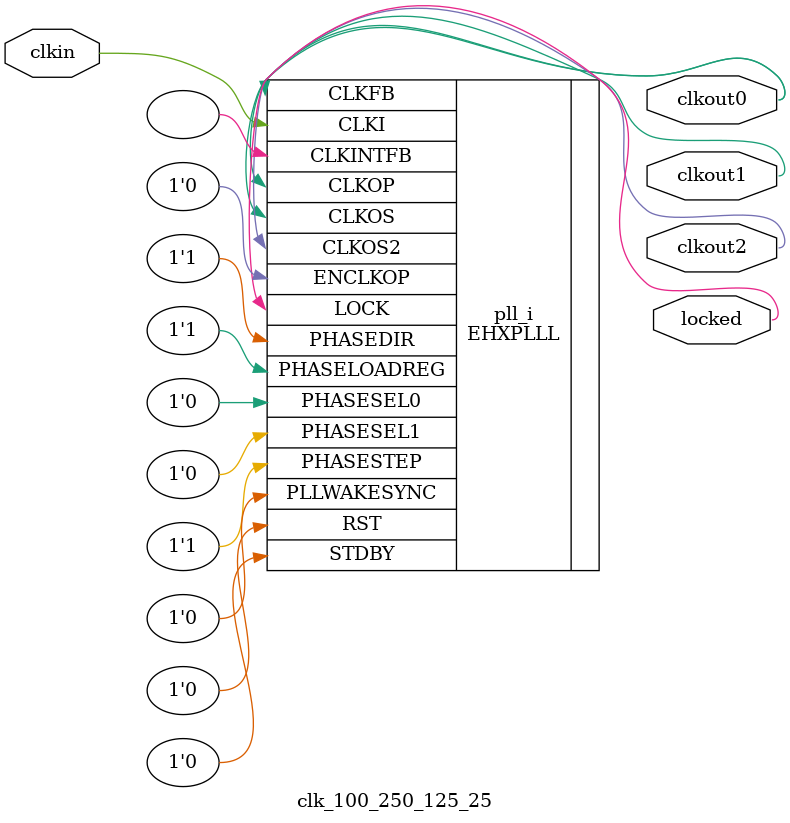
<source format=v>
module clk_100_250_125_25
(
    input clkin, // 100 MHz, 0 deg
    output clkout0, // 250 MHz, 0 deg
    output clkout1, // 125 MHz, 0 deg
    output clkout2, // 25 MHz, 0 deg
    output locked
);
(* FREQUENCY_PIN_CLKI="100" *)
(* FREQUENCY_PIN_CLKOP="250" *)
(* FREQUENCY_PIN_CLKOS="125" *)
(* FREQUENCY_PIN_CLKOS2="25" *)
(* ICP_CURRENT="12" *) (* LPF_RESISTOR="8" *) (* MFG_ENABLE_FILTEROPAMP="1" *) (* MFG_GMCREF_SEL="2" *)
EHXPLLL #(
        .PLLRST_ENA("DISABLED"),
        .INTFB_WAKE("DISABLED"),
        .STDBY_ENABLE("DISABLED"),
        .DPHASE_SOURCE("DISABLED"),
        .OUTDIVIDER_MUXA("DIVA"),
        .OUTDIVIDER_MUXB("DIVB"),
        .OUTDIVIDER_MUXC("DIVC"),
        .OUTDIVIDER_MUXD("DIVD"),
        .CLKI_DIV(2),
        .CLKOP_ENABLE("ENABLED"),
        .CLKOP_DIV(2),
        .CLKOP_CPHASE(0),
        .CLKOP_FPHASE(0),
        .CLKOS_ENABLE("ENABLED"),
        .CLKOS_DIV(4),
        .CLKOS_CPHASE(0),
        .CLKOS_FPHASE(0),
        .CLKOS2_ENABLE("ENABLED"),
        .CLKOS2_DIV(20),
        .CLKOS2_CPHASE(0),
        .CLKOS2_FPHASE(0),
        .FEEDBK_PATH("CLKOP"),
        .CLKFB_DIV(5)
    ) pll_i (
        .RST(1'b0),
        .STDBY(1'b0),
        .CLKI(clkin),
        .CLKOP(clkout0),
        .CLKOS(clkout1),
        .CLKOS2(clkout2),
        .CLKFB(clkout0),
        .CLKINTFB(),
        .PHASESEL0(1'b0),
        .PHASESEL1(1'b0),
        .PHASEDIR(1'b1),
        .PHASESTEP(1'b1),
        .PHASELOADREG(1'b1),
        .PLLWAKESYNC(1'b0),
        .ENCLKOP(1'b0),
        .LOCK(locked)
	);
endmodule

</source>
